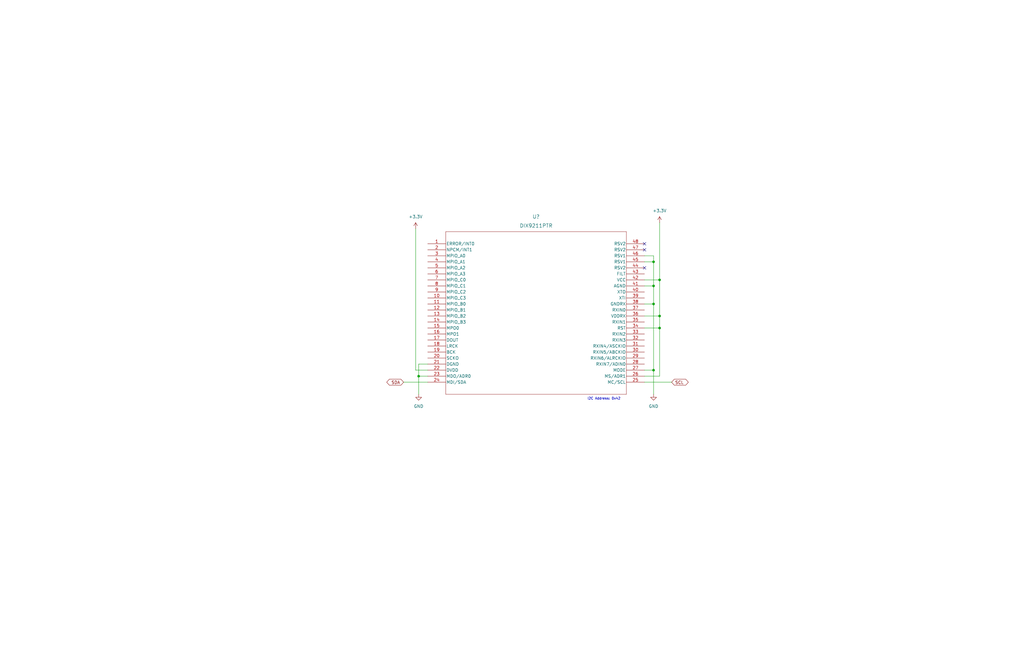
<source format=kicad_sch>
(kicad_sch (version 20211123) (generator eeschema)
  (paper "B")
  (lib_symbols
    (symbol "UltraLibrarian:DIX9211PTR" (pin_names (offset 0.254))
      (property "Reference" "U" (at 45.72 10.16 0))
      (property "Value" "DIX9211PTR" (at 45.72 7.62 0))
      (symbol "DIX9211PTR_0_1"
        (polyline (pts (xy 7.62 -63.5) (xy 83.82 -63.5)) (stroke (width 0.127)))
        (polyline (pts (xy 7.62 5.08) (xy 7.62 -63.5)) (stroke (width 0.127)))
        (polyline (pts (xy 83.82 -63.5) (xy 83.82 5.08)) (stroke (width 0.127)))
        (polyline (pts (xy 83.82 5.08) (xy 7.62 5.08)) (stroke (width 0.127)))
        (pin output line (at 0 0 0) (length 7.62) (name "ERROR/INT0") (number "1"))
        (pin bidirectional line (at 0 -22.86 0) (length 7.62) (name "MPIO_C3") (number "10"))
        (pin bidirectional line (at 0 -25.4 0) (length 7.62) (name "MPIO_B0") (number "11"))
        (pin bidirectional line (at 0 -27.94 0) (length 7.62) (name "MPIO_B1") (number "12"))
        (pin bidirectional line (at 0 -30.48 0) (length 7.62) (name "MPIO_B2") (number "13"))
        (pin bidirectional line (at 0 -33.02 0) (length 7.62) (name "MPIO_B3") (number "14"))
        (pin output line (at 0 -35.56 0) (length 7.62) (name "MPO0") (number "15"))
        (pin output line (at 0 -38.1 0) (length 7.62) (name "MPO1") (number "16"))
        (pin output line (at 0 -40.64 0) (length 7.62) (name "DOUT") (number "17"))
        (pin output line (at 0 -43.18 0) (length 7.62) (name "LRCK") (number "18"))
        (pin output line (at 0 -45.72 0) (length 7.62) (name "BCK") (number "19"))
        (pin output line (at 0 -2.54 0) (length 7.62) (name "NPCM/INT1") (number "2"))
        (pin output line (at 0 -48.26 0) (length 7.62) (name "SCKO") (number "20"))
        (pin power_in line (at 0 -50.8 0) (length 7.62) (name "DGND") (number "21"))
        (pin power_in line (at 0 -53.34 0) (length 7.62) (name "DVDD") (number "22"))
        (pin bidirectional line (at 0 -55.88 0) (length 7.62) (name "MDO/ADR0") (number "23"))
        (pin bidirectional line (at 0 -58.42 0) (length 7.62) (name "MDI/SDA") (number "24"))
        (pin input line (at 91.44 -58.42 180) (length 7.62) (name "MC/SCL") (number "25"))
        (pin input line (at 91.44 -55.88 180) (length 7.62) (name "MS/ADR1") (number "26"))
        (pin input line (at 91.44 -53.34 180) (length 7.62) (name "MODE") (number "27"))
        (pin input line (at 91.44 -50.8 180) (length 7.62) (name "RXIN7/ADIN0") (number "28"))
        (pin input line (at 91.44 -48.26 180) (length 7.62) (name "RXIN6/ALRCKIO") (number "29"))
        (pin bidirectional line (at 0 -5.08 0) (length 7.62) (name "MPIO_A0") (number "3"))
        (pin input line (at 91.44 -45.72 180) (length 7.62) (name "RXIN5/ABCKIO") (number "30"))
        (pin input line (at 91.44 -43.18 180) (length 7.62) (name "RXIN4/ASCKIO") (number "31"))
        (pin input line (at 91.44 -40.64 180) (length 7.62) (name "RXIN3") (number "32"))
        (pin input line (at 91.44 -38.1 180) (length 7.62) (name "RXIN2") (number "33"))
        (pin input line (at 91.44 -35.56 180) (length 7.62) (name "RST") (number "34"))
        (pin input line (at 91.44 -33.02 180) (length 7.62) (name "RXIN1") (number "35"))
        (pin power_in line (at 91.44 -30.48 180) (length 7.62) (name "VDDRX") (number "36"))
        (pin input line (at 91.44 -27.94 180) (length 7.62) (name "RXIN0") (number "37"))
        (pin power_in line (at 91.44 -25.4 180) (length 7.62) (name "GNDRX") (number "38"))
        (pin input line (at 91.44 -22.86 180) (length 7.62) (name "XTI") (number "39"))
        (pin bidirectional line (at 0 -7.62 0) (length 7.62) (name "MPIO_A1") (number "4"))
        (pin output line (at 91.44 -20.32 180) (length 7.62) (name "XTO") (number "40"))
        (pin power_in line (at 91.44 -17.78 180) (length 7.62) (name "AGND") (number "41"))
        (pin power_in line (at 91.44 -15.24 180) (length 7.62) (name "VCC") (number "42"))
        (pin output line (at 91.44 -12.7 180) (length 7.62) (name "FILT") (number "43"))
        (pin unspecified line (at 91.44 -10.16 180) (length 7.62) (name "RSV2") (number "44"))
        (pin unspecified line (at 91.44 -7.62 180) (length 7.62) (name "RSV1") (number "45"))
        (pin unspecified line (at 91.44 -5.08 180) (length 7.62) (name "RSV1") (number "46"))
        (pin unspecified line (at 91.44 -2.54 180) (length 7.62) (name "RSV2") (number "47"))
        (pin unspecified line (at 91.44 0 180) (length 7.62) (name "RSV2") (number "48"))
        (pin bidirectional line (at 0 -10.16 0) (length 7.62) (name "MPIO_A2") (number "5"))
        (pin bidirectional line (at 0 -12.7 0) (length 7.62) (name "MPIO_A3") (number "6"))
        (pin bidirectional line (at 0 -15.24 0) (length 7.62) (name "MPIO_C0") (number "7"))
        (pin bidirectional line (at 0 -17.78 0) (length 7.62) (name "MPIO_C1") (number "8"))
        (pin bidirectional line (at 0 -20.32 0) (length 7.62) (name "MPIO_C2") (number "9"))
      )
    )
    (symbol "power:+3.3V" (power) (pin_names (offset 0))
      (property "Value" "+3.3V" (at 0 3.556 0))
      (symbol "+3.3V_0_1"
        (polyline (pts (xy -0.762 1.27) (xy 0 2.54)))
        (polyline (pts (xy 0 0) (xy 0 2.54)))
        (polyline (pts (xy 0 2.54) (xy 0.762 1.27)))
      )
      (symbol "+3.3V_1_1"
        (pin power_in line (at 0 0 90) (length 0) hide (name "+3.3V") (number "1"))
      )
    )
    (symbol "power:GND" (power) (pin_names (offset 0))
      (property "Value" "GND" (at 0 -3.81 0))
      (symbol "GND_0_1"
        (polyline (pts (xy 0 0) (xy 0 -1.27) (xy 1.27 -1.27) (xy 0 -2.54) (xy -1.27 -1.27) (xy 0 -1.27)))
      )
      (symbol "GND_1_1"
        (pin power_in line (at 0 0 270) (length 0) hide (name "GND") (number "1"))
      )
    )
  )
  (junction (at 176.53 158.75))
  (junction (at 278.13 133.35))
  (junction (at 278.13 118.11))
  (junction (at 275.59 110.49))
  (junction (at 275.59 120.65))
  (junction (at 278.13 138.43))
  (junction (at 275.59 128.27))
  (junction (at 275.59 156.21))
  (no_connect (at 271.78 113.03))
  (no_connect (at 271.78 105.41))
  (no_connect (at 271.78 102.87))
  (wire (pts (xy 176.53 166.37) (xy 176.53 158.75)))
  (wire (pts (xy 170.18 161.29) (xy 180.34 161.29)))
  (wire (pts (xy 275.59 107.95) (xy 271.78 107.95)))
  (wire (pts (xy 278.13 93.98) (xy 278.13 118.11)))
  (wire (pts (xy 278.13 133.35) (xy 278.13 118.11)))
  (wire (pts (xy 175.26 96.52) (xy 175.26 156.21)))
  (wire (pts (xy 271.78 161.29) (xy 283.21 161.29)))
  (wire (pts (xy 271.78 138.43) (xy 278.13 138.43)))
  (wire (pts (xy 278.13 118.11) (xy 271.78 118.11)))
  (wire (pts (xy 275.59 110.49) (xy 275.59 107.95)))
  (wire (pts (xy 271.78 156.21) (xy 275.59 156.21)))
  (wire (pts (xy 278.13 138.43) (xy 278.13 133.35)))
  (wire (pts (xy 271.78 158.75) (xy 278.13 158.75)))
  (wire (pts (xy 275.59 156.21) (xy 275.59 128.27)))
  (wire (pts (xy 271.78 133.35) (xy 278.13 133.35)))
  (wire (pts (xy 278.13 158.75) (xy 278.13 138.43)))
  (wire (pts (xy 176.53 153.67) (xy 180.34 153.67)))
  (wire (pts (xy 175.26 156.21) (xy 180.34 156.21)))
  (wire (pts (xy 176.53 158.75) (xy 180.34 158.75)))
  (wire (pts (xy 271.78 120.65) (xy 275.59 120.65)))
  (wire (pts (xy 176.53 158.75) (xy 176.53 153.67)))
  (wire (pts (xy 275.59 166.37) (xy 275.59 156.21)))
  (wire (pts (xy 275.59 120.65) (xy 275.59 110.49)))
  (wire (pts (xy 271.78 110.49) (xy 275.59 110.49)))
  (wire (pts (xy 275.59 128.27) (xy 275.59 120.65)))
  (wire (pts (xy 271.78 128.27) (xy 275.59 128.27)))
  (text "I2C Address: 0x42" (at 247.65 168.91 0) (effects (font (size 1 1)) (justify left bottom)))
  (global_label "SDA" (shape bidirectional) (at 170.18 161.29 180) (property "Intersheet References" "${INTERSHEET_REFS}" (at 164.1988 161.2106 0) (effects (justify right))))
  (global_label "SCL" (shape bidirectional) (at 283.21 161.29 0) (property "Intersheet References" "${INTERSHEET_REFS}" (at 289.1307 161.2106 0) (effects (justify left))))
  (symbol (lib_id "power:GND") (at 176.53 166.37 0) (unit 1)
    (property "Reference" "#PWR?" (effects hide))
    (property "Value" "GND" (at 176.53 171.45 0))
  )
  (symbol (lib_id "UltraLibrarian:DIX9211PTR") (at 180.34 102.87 0) (unit 1)
    (property "Reference" "U?" (at 226.06 91.44 0) (effects (font (size 1.524 1.524))))
    (property "Value" "DIX9211PTR" (at 226.06 95.25 0) (effects (font (size 1.524 1.524))))
    (property "Footprint" "UltraLibrarian:PT48" (effects hide))
    (property "Datasheet" "DIX9211PTR" (effects hide))
  )
  (symbol (lib_id "power:+3.3V") (at 175.26 96.52 0) (unit 1)
    (property "Reference" "#PWR?" (effects hide))
    (property "Value" "+3.3V" (at 175.26 91.44 0))
  )
  (symbol (lib_id "power:GND") (at 275.59 166.37 0) (unit 1)
    (property "Reference" "#PWR?" (effects hide))
    (property "Value" "GND" (at 275.59 171.45 0))
  )
  (symbol (lib_id "power:+3.3V") (at 278.13 93.98 0) (unit 1)
    (property "Reference" "#PWR?" (effects hide))
    (property "Value" "+3.3V" (at 278.13 88.9 0))
  )
)
</source>
